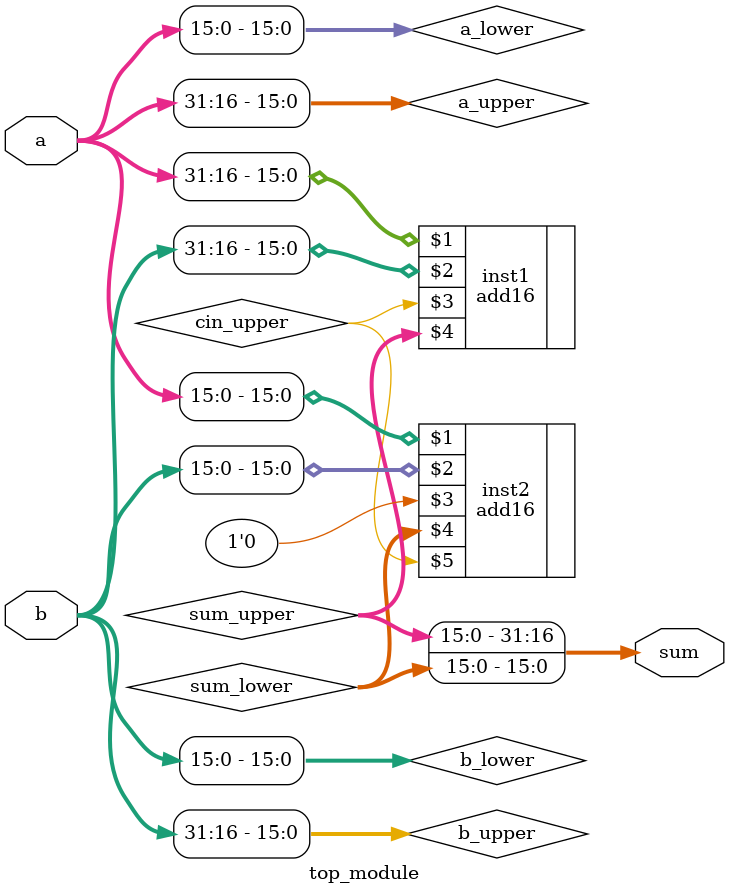
<source format=v>

module top_module(
    input [31:0] a,
    input [31:0] b,
    output [31:0] sum
);
    wire cin_upper;
    wire [15:0] a_upper, a_lower;
    wire [15:0] b_upper, b_lower;
    wire [15:0] sum_upper, sum_lower;
    
    assign a_upper = a[31:16];
    assign a_lower = a[15:0];
    assign b_upper = b[31:16];
    assign b_lower = b[15:0];
    assign sum = {sum_upper, sum_lower};

    add16 inst1 (a_upper, b_upper, cin_upper, sum_upper);
    add16 inst2 (a_lower, b_lower, 1'b0, sum_lower, cin_upper);

endmodule

</source>
